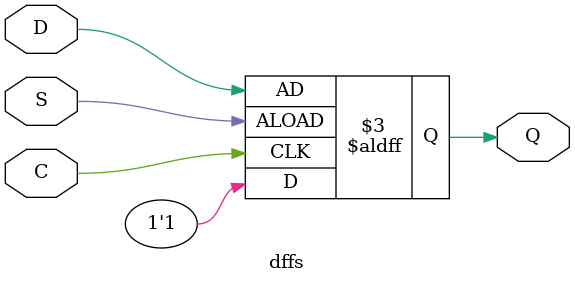
<source format=v>
module dffs(
    output reg Q,
    input D,
    (* clkbuf_sink *)
    (* invertible_pin = "IS_C_INVERTED" *)
    input C,
    input S
);
    parameter [0:0] INIT = 1'b0;
    parameter [0:0] IS_C_INVERTED = 1'b0;
    initial Q = INIT;
    case(|IS_C_INVERTED)
          1'b0:
            always @(posedge C or negedge S)
              if (S)
                Q <= 1'b1;
              else
                Q <= D;
          1'b1:
            always @(negedge C or negedge S)
              if (S)
                Q <= 1'b1;
              else
                Q <= D;
        endcase
endmodule
</source>
